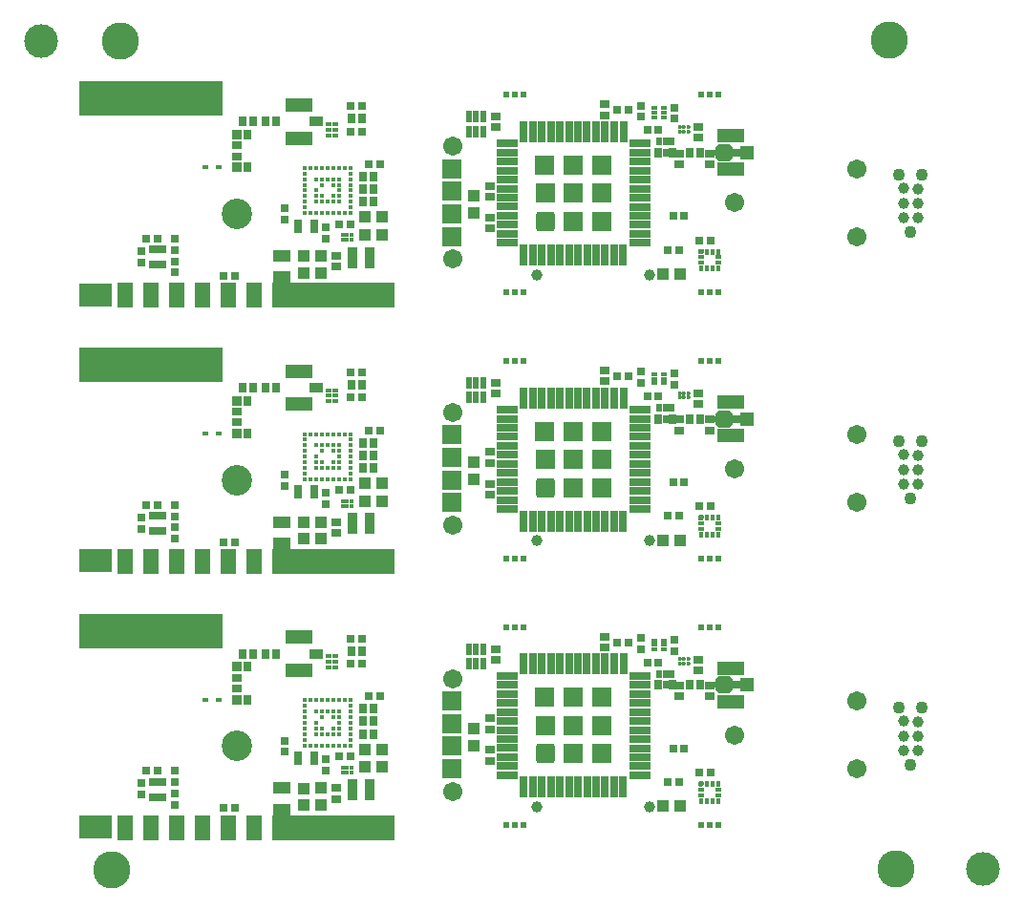
<source format=gbs>
G04*
G04 #@! TF.GenerationSoftware,Altium Limited,Altium Designer,19.1.6 (110)*
G04*
G04 Layer_Color=16711935*
%FSAX25Y25*%
%MOIN*%
G70*
G01*
G75*
%ADD40C,0.01575*%
%ADD80C,0.11811*%
%ADD83R,0.02769X0.03162*%
%ADD84R,0.03162X0.02769*%
%ADD86R,0.05524X0.08674*%
%ADD89R,0.03950X0.03950*%
%ADD90R,0.03162X0.03320*%
%ADD91R,0.03950X0.03950*%
%ADD92R,0.03320X0.03162*%
%ADD94C,0.13005*%
%ADD95O,0.07099X0.06312*%
%ADD96C,0.04343*%
%ADD97C,0.06706*%
%ADD98C,0.03950*%
%ADD99C,0.02375*%
%ADD101R,0.10224X0.02877*%
%ADD102R,0.11575X0.08228*%
%ADD103R,0.50268X0.12362*%
%ADD104C,0.03910*%
%ADD105C,0.01417*%
%ADD106R,0.01981X0.02769*%
%ADD107R,0.02769X0.03603*%
%ADD108R,0.06706X0.06706*%
%ADD109R,0.01968X0.01575*%
%ADD110R,0.02375X0.04343*%
%ADD111R,0.06706X0.06706*%
G04:AMPARAMS|DCode=112|XSize=67.06mil|YSize=67.06mil|CornerRadius=9.91mil|HoleSize=0mil|Usage=FLASHONLY|Rotation=360.000|XOffset=0mil|YOffset=0mil|HoleType=Round|Shape=RoundedRectangle|*
%AMROUNDEDRECTD112*
21,1,0.06706,0.04724,0,0,360.0*
21,1,0.04724,0.06706,0,0,360.0*
1,1,0.01981,0.02362,-0.02362*
1,1,0.01981,-0.02362,-0.02362*
1,1,0.01981,-0.02362,0.02362*
1,1,0.01981,0.02362,0.02362*
%
%ADD112ROUNDEDRECTD112*%
%ADD113R,0.02769X0.07493*%
%ADD114R,0.07493X0.02769*%
%ADD115R,0.01194X0.01194*%
%ADD116R,0.01784X0.01883*%
%ADD117R,0.01883X0.01784*%
%ADD118R,0.03241X0.03044*%
%ADD119R,0.04737X0.04737*%
%ADD120R,0.09461X0.04934*%
%ADD121R,0.03162X0.03603*%
%ADD122R,0.42926X0.08674*%
%ADD123R,0.03162X0.05131*%
%ADD124R,0.01981X0.01587*%
%ADD125R,0.01981X0.02572*%
%ADD126R,0.03556X0.07493*%
%ADD127R,0.03603X0.03044*%
%ADD128R,0.03044X0.03603*%
%ADD129R,0.02217X0.01784*%
%ADD130R,0.04737X0.03603*%
%ADD131R,0.05918X0.04343*%
%ADD132R,0.03603X0.03320*%
%ADD133C,0.10642*%
G36*
X0356937Y0329690D02*
X0356962Y0329688D01*
X0356962Y0329688D01*
X0356962D01*
X0356987Y0329683D01*
X0357013Y0329678D01*
X0357013Y0329678D01*
X0357013Y0329678D01*
X0357032Y0329672D01*
X0357063Y0329661D01*
X0357063Y0329661D01*
X0357063Y0329661D01*
X0357084Y0329651D01*
X0357110Y0329638D01*
X0357110Y0329638D01*
X0357110Y0329638D01*
X0357127Y0329626D01*
X0357153Y0329609D01*
X0357153Y0329609D01*
X0357153Y0329609D01*
X0357165Y0329599D01*
X0357193Y0329574D01*
X0357193Y0329574D01*
X0357193Y0329574D01*
X0357217Y0329547D01*
X0357227Y0329535D01*
X0357227Y0329535D01*
X0357227Y0329535D01*
X0357245Y0329509D01*
X0357257Y0329491D01*
X0357257Y0329491D01*
X0357257Y0329491D01*
X0357269Y0329466D01*
X0357280Y0329444D01*
X0357280Y0329444D01*
X0357280Y0329444D01*
X0357290Y0329413D01*
X0357296Y0329395D01*
X0357296Y0329395D01*
X0357297Y0329395D01*
X0357302Y0329369D01*
X0357307Y0329343D01*
Y0329343D01*
X0357307Y0329343D01*
X0357308Y0329318D01*
X0357310Y0329291D01*
X0357310Y0328553D01*
Y0328553D01*
Y0328553D01*
X0357309Y0328525D01*
X0357307Y0328501D01*
X0357307Y0328501D01*
Y0328501D01*
X0357302Y0328475D01*
X0357297Y0328449D01*
X0357297Y0328449D01*
X0357297Y0328449D01*
X0357287Y0328421D01*
X0357280Y0328399D01*
X0357280Y0328399D01*
X0357280Y0328399D01*
X0357265Y0328370D01*
X0357257Y0328352D01*
X0357257Y0328352D01*
X0357257Y0328352D01*
X0357245Y0328335D01*
X0357228Y0328309D01*
X0357227Y0328309D01*
X0357227Y0328309D01*
X0357217Y0328297D01*
X0357193Y0328269D01*
X0357193Y0328269D01*
X0357193Y0328269D01*
X0356848Y0327925D01*
X0356848Y0327925D01*
X0356848Y0327925D01*
X0356809Y0327890D01*
X0356780Y0327871D01*
X0356765Y0327861D01*
X0356765Y0327861D01*
X0356764Y0327860D01*
X0356718Y0327838D01*
X0356716Y0327837D01*
X0356669Y0327821D01*
X0356638Y0327815D01*
X0356617Y0327811D01*
X0356565Y0327807D01*
X0356565D01*
X0355925Y0327807D01*
X0355873Y0327811D01*
X0355852Y0327815D01*
X0355821Y0327821D01*
X0355772Y0327838D01*
X0355725Y0327861D01*
X0355725Y0327861D01*
X0355710Y0327871D01*
X0355681Y0327890D01*
X0355642Y0327925D01*
X0355642Y0327925D01*
X0355642Y0327925D01*
X0355607Y0327964D01*
X0355588Y0327993D01*
X0355578Y0328008D01*
X0355578Y0328008D01*
X0355555Y0328055D01*
X0355538Y0328104D01*
X0355532Y0328135D01*
X0355528Y0328156D01*
X0355524Y0328208D01*
Y0329291D01*
X0355528Y0329343D01*
X0355538Y0329395D01*
X0355555Y0329444D01*
X0355578Y0329491D01*
X0355607Y0329535D01*
X0355642Y0329574D01*
X0355681Y0329609D01*
X0355725Y0329638D01*
X0355772Y0329661D01*
X0355821Y0329678D01*
X0355873Y0329688D01*
X0355925Y0329692D01*
X0356909D01*
X0356937Y0329690D01*
D02*
G37*
G36*
Y0236776D02*
X0356962Y0236775D01*
X0356962Y0236775D01*
X0356962D01*
X0356987Y0236770D01*
X0357013Y0236765D01*
X0357013Y0236765D01*
X0357013Y0236765D01*
X0357032Y0236758D01*
X0357063Y0236748D01*
X0357063Y0236748D01*
X0357063Y0236748D01*
X0357084Y0236737D01*
X0357110Y0236725D01*
X0357110Y0236725D01*
X0357110Y0236725D01*
X0357127Y0236713D01*
X0357153Y0236696D01*
X0357153Y0236695D01*
X0357153Y0236695D01*
X0357165Y0236685D01*
X0357193Y0236661D01*
X0357193Y0236661D01*
X0357193Y0236661D01*
X0357217Y0236633D01*
X0357227Y0236621D01*
X0357227Y0236621D01*
X0357227Y0236621D01*
X0357245Y0236596D01*
X0357257Y0236578D01*
X0357257Y0236578D01*
X0357257Y0236578D01*
X0357269Y0236552D01*
X0357280Y0236531D01*
X0357280Y0236531D01*
X0357280Y0236531D01*
X0357290Y0236500D01*
X0357296Y0236481D01*
X0357296Y0236481D01*
X0357297Y0236481D01*
X0357302Y0236455D01*
X0357307Y0236430D01*
Y0236430D01*
X0357307Y0236430D01*
X0357308Y0236405D01*
X0357310Y0236378D01*
X0357310Y0235640D01*
Y0235639D01*
Y0235639D01*
X0357309Y0235612D01*
X0357307Y0235587D01*
X0357307Y0235587D01*
Y0235587D01*
X0357302Y0235562D01*
X0357297Y0235536D01*
X0357297Y0235536D01*
X0357297Y0235536D01*
X0357287Y0235507D01*
X0357280Y0235486D01*
X0357280Y0235486D01*
X0357280Y0235486D01*
X0357265Y0235456D01*
X0357257Y0235439D01*
X0357257Y0235439D01*
X0357257Y0235439D01*
X0357245Y0235421D01*
X0357228Y0235395D01*
X0357227Y0235395D01*
X0357227Y0235395D01*
X0357217Y0235384D01*
X0357193Y0235356D01*
X0357193Y0235356D01*
X0357193Y0235356D01*
X0356848Y0235011D01*
X0356848Y0235011D01*
X0356848Y0235011D01*
X0356809Y0234977D01*
X0356780Y0234957D01*
X0356765Y0234948D01*
X0356765Y0234947D01*
X0356764Y0234947D01*
X0356718Y0234924D01*
X0356716Y0234924D01*
X0356669Y0234908D01*
X0356638Y0234901D01*
X0356617Y0234897D01*
X0356565Y0234894D01*
X0356565D01*
X0355925Y0234894D01*
X0355873Y0234897D01*
X0355852Y0234901D01*
X0355821Y0234908D01*
X0355772Y0234924D01*
X0355725Y0234948D01*
X0355725Y0234948D01*
X0355710Y0234957D01*
X0355681Y0234977D01*
X0355642Y0235011D01*
X0355642Y0235011D01*
X0355642Y0235011D01*
X0355607Y0235051D01*
X0355588Y0235080D01*
X0355578Y0235094D01*
X0355578Y0235094D01*
X0355555Y0235141D01*
X0355538Y0235191D01*
X0355532Y0235222D01*
X0355528Y0235242D01*
X0355524Y0235295D01*
Y0236377D01*
X0355528Y0236430D01*
X0355538Y0236481D01*
X0355555Y0236531D01*
X0355578Y0236578D01*
X0355607Y0236621D01*
X0355642Y0236661D01*
X0355681Y0236695D01*
X0355725Y0236725D01*
X0355772Y0236748D01*
X0355821Y0236765D01*
X0355873Y0236775D01*
X0355925Y0236778D01*
X0356909D01*
X0356937Y0236776D01*
D02*
G37*
G36*
Y0143863D02*
X0356962Y0143861D01*
X0356962Y0143861D01*
X0356962D01*
X0356987Y0143856D01*
X0357013Y0143851D01*
X0357013Y0143851D01*
X0357013Y0143851D01*
X0357032Y0143845D01*
X0357063Y0143834D01*
X0357063Y0143834D01*
X0357063Y0143834D01*
X0357084Y0143824D01*
X0357110Y0143811D01*
X0357110Y0143811D01*
X0357110Y0143811D01*
X0357127Y0143799D01*
X0357153Y0143782D01*
X0357153Y0143782D01*
X0357153Y0143782D01*
X0357165Y0143772D01*
X0357193Y0143747D01*
X0357193Y0143747D01*
X0357193Y0143747D01*
X0357217Y0143720D01*
X0357227Y0143708D01*
X0357227Y0143708D01*
X0357227Y0143708D01*
X0357245Y0143682D01*
X0357257Y0143665D01*
X0357257Y0143665D01*
X0357257Y0143664D01*
X0357269Y0143639D01*
X0357280Y0143617D01*
X0357280Y0143617D01*
X0357280Y0143617D01*
X0357290Y0143587D01*
X0357296Y0143568D01*
X0357296Y0143568D01*
X0357297Y0143568D01*
X0357302Y0143542D01*
X0357307Y0143516D01*
Y0143516D01*
X0357307Y0143516D01*
X0357308Y0143491D01*
X0357310Y0143464D01*
X0357310Y0142726D01*
Y0142726D01*
Y0142726D01*
X0357309Y0142699D01*
X0357307Y0142674D01*
X0357307Y0142674D01*
Y0142674D01*
X0357302Y0142648D01*
X0357297Y0142622D01*
X0357297Y0142622D01*
X0357297Y0142622D01*
X0357287Y0142594D01*
X0357280Y0142573D01*
X0357280Y0142573D01*
X0357280Y0142573D01*
X0357265Y0142543D01*
X0357257Y0142526D01*
X0357257Y0142526D01*
X0357257Y0142525D01*
X0357245Y0142508D01*
X0357228Y0142482D01*
X0357227Y0142482D01*
X0357227Y0142482D01*
X0357217Y0142470D01*
X0357193Y0142443D01*
X0357193Y0142443D01*
X0357193Y0142443D01*
X0356848Y0142098D01*
X0356848Y0142098D01*
X0356848Y0142098D01*
X0356809Y0142063D01*
X0356780Y0142044D01*
X0356765Y0142034D01*
X0356765Y0142034D01*
X0356764Y0142034D01*
X0356718Y0142011D01*
X0356716Y0142010D01*
X0356669Y0141994D01*
X0356638Y0141988D01*
X0356617Y0141984D01*
X0356565Y0141980D01*
X0356565D01*
X0355925Y0141981D01*
X0355873Y0141984D01*
X0355852Y0141988D01*
X0355821Y0141994D01*
X0355772Y0142011D01*
X0355725Y0142034D01*
X0355725Y0142034D01*
X0355710Y0142044D01*
X0355681Y0142063D01*
X0355642Y0142098D01*
X0355642Y0142098D01*
X0355642Y0142098D01*
X0355607Y0142137D01*
X0355588Y0142166D01*
X0355578Y0142181D01*
X0355578Y0142181D01*
X0355555Y0142228D01*
X0355538Y0142278D01*
X0355532Y0142309D01*
X0355528Y0142329D01*
X0355524Y0142381D01*
Y0143464D01*
X0355528Y0143516D01*
X0355538Y0143568D01*
X0355555Y0143617D01*
X0355578Y0143664D01*
X0355607Y0143708D01*
X0355642Y0143747D01*
X0355681Y0143782D01*
X0355725Y0143811D01*
X0355772Y0143834D01*
X0355821Y0143851D01*
X0355873Y0143861D01*
X0355925Y0143865D01*
X0356909D01*
X0356937Y0143863D01*
D02*
G37*
D40*
X0231299Y0148622D02*
D03*
X0232874D02*
D03*
X0234449D02*
D03*
X0231299Y0147047D02*
D03*
X0232874D02*
D03*
X0234449D02*
D03*
X0233937Y0156417D02*
D03*
Y0158386D02*
D03*
Y0160354D02*
D03*
Y0162323D02*
D03*
Y0164291D02*
D03*
Y0166260D02*
D03*
Y0168228D02*
D03*
Y0170197D02*
D03*
Y0172165D02*
D03*
X0218189Y0156417D02*
D03*
X0220158D02*
D03*
X0222126D02*
D03*
X0224095D02*
D03*
X0226063D02*
D03*
X0228031D02*
D03*
X0230000D02*
D03*
X0231968D02*
D03*
X0218189Y0158386D02*
D03*
Y0160354D02*
D03*
X0222126D02*
D03*
X0224095D02*
D03*
X0226063D02*
D03*
X0228031D02*
D03*
X0230000D02*
D03*
X0218189Y0162323D02*
D03*
X0222126D02*
D03*
X0224095D02*
D03*
X0228031D02*
D03*
X0230000D02*
D03*
X0218189Y0164291D02*
D03*
X0222126D02*
D03*
X0230000D02*
D03*
X0218189Y0166260D02*
D03*
X0224095D02*
D03*
X0228031D02*
D03*
X0230000D02*
D03*
X0218189Y0168228D02*
D03*
X0222126D02*
D03*
X0224095D02*
D03*
X0226063D02*
D03*
X0228031D02*
D03*
X0230000D02*
D03*
X0218189Y0170197D02*
D03*
Y0172165D02*
D03*
X0220158D02*
D03*
X0222126D02*
D03*
X0224095D02*
D03*
X0226063D02*
D03*
X0228031D02*
D03*
X0230000D02*
D03*
X0231968D02*
D03*
X0231299Y0241535D02*
D03*
X0232874D02*
D03*
X0234449D02*
D03*
X0231299Y0239961D02*
D03*
X0232874D02*
D03*
X0234449D02*
D03*
X0233937Y0249331D02*
D03*
Y0251299D02*
D03*
Y0253268D02*
D03*
Y0255236D02*
D03*
Y0257205D02*
D03*
Y0259173D02*
D03*
Y0261142D02*
D03*
Y0263110D02*
D03*
Y0265079D02*
D03*
X0218189Y0249331D02*
D03*
X0220158D02*
D03*
X0222126D02*
D03*
X0224095D02*
D03*
X0226063D02*
D03*
X0228031D02*
D03*
X0230000D02*
D03*
X0231968D02*
D03*
X0218189Y0251299D02*
D03*
Y0253268D02*
D03*
X0222126D02*
D03*
X0224095D02*
D03*
X0226063D02*
D03*
X0228031D02*
D03*
X0230000D02*
D03*
X0218189Y0255236D02*
D03*
X0222126D02*
D03*
X0224095D02*
D03*
X0228031D02*
D03*
X0230000D02*
D03*
X0218189Y0257205D02*
D03*
X0222126D02*
D03*
X0230000D02*
D03*
X0218189Y0259173D02*
D03*
X0224095D02*
D03*
X0228031D02*
D03*
X0230000D02*
D03*
X0218189Y0261142D02*
D03*
X0222126D02*
D03*
X0224095D02*
D03*
X0226063D02*
D03*
X0228031D02*
D03*
X0230000D02*
D03*
X0218189Y0263110D02*
D03*
Y0265079D02*
D03*
X0220158D02*
D03*
X0222126D02*
D03*
X0224095D02*
D03*
X0226063D02*
D03*
X0228031D02*
D03*
X0230000D02*
D03*
X0231968D02*
D03*
X0231299Y0334449D02*
D03*
X0232874D02*
D03*
X0234449D02*
D03*
X0231299Y0332874D02*
D03*
X0232874D02*
D03*
X0234449D02*
D03*
X0233937Y0342244D02*
D03*
Y0344213D02*
D03*
Y0346181D02*
D03*
Y0348150D02*
D03*
Y0350118D02*
D03*
Y0352087D02*
D03*
Y0354055D02*
D03*
Y0356024D02*
D03*
Y0357992D02*
D03*
X0218189Y0342244D02*
D03*
X0220158D02*
D03*
X0222126D02*
D03*
X0224095D02*
D03*
X0226063D02*
D03*
X0228031D02*
D03*
X0230000D02*
D03*
X0231968D02*
D03*
X0218189Y0344213D02*
D03*
Y0346181D02*
D03*
X0222126D02*
D03*
X0224095D02*
D03*
X0226063D02*
D03*
X0228031D02*
D03*
X0230000D02*
D03*
X0218189Y0348150D02*
D03*
X0222126D02*
D03*
X0224095D02*
D03*
X0228031D02*
D03*
X0230000D02*
D03*
X0218189Y0350118D02*
D03*
X0222126D02*
D03*
X0230000D02*
D03*
X0218189Y0352087D02*
D03*
X0224095D02*
D03*
X0228031D02*
D03*
X0230000D02*
D03*
X0218189Y0354055D02*
D03*
X0222126D02*
D03*
X0224095D02*
D03*
X0226063D02*
D03*
X0228031D02*
D03*
X0230000D02*
D03*
X0218189Y0356024D02*
D03*
Y0357992D02*
D03*
X0220158D02*
D03*
X0222126D02*
D03*
X0224095D02*
D03*
X0226063D02*
D03*
X0228031D02*
D03*
X0230000D02*
D03*
X0231968D02*
D03*
D80*
X0454725Y0113189D02*
D03*
X0126181Y0402362D02*
D03*
D83*
X0337598Y0371181D02*
D03*
X0341535D02*
D03*
X0331063Y0378228D02*
D03*
X0327126D02*
D03*
X0346654Y0341141D02*
D03*
X0350590D02*
D03*
X0359842Y0332677D02*
D03*
X0355905D02*
D03*
X0348819Y0329370D02*
D03*
X0344882D02*
D03*
X0337598Y0278267D02*
D03*
X0341535D02*
D03*
X0331063Y0285314D02*
D03*
X0327126D02*
D03*
X0346654Y0248228D02*
D03*
X0350590D02*
D03*
X0359842Y0239763D02*
D03*
X0355905D02*
D03*
X0348819Y0236456D02*
D03*
X0344882D02*
D03*
X0337598Y0185354D02*
D03*
X0341535D02*
D03*
X0331063Y0192401D02*
D03*
X0327126D02*
D03*
X0346654Y0155314D02*
D03*
X0350590D02*
D03*
X0359842Y0146850D02*
D03*
X0355905D02*
D03*
X0348819Y0143543D02*
D03*
X0344882D02*
D03*
X0238172Y0184919D02*
D03*
X0234235D02*
D03*
X0233937Y0152559D02*
D03*
X0230000D02*
D03*
X0234245Y0193669D02*
D03*
X0238182D02*
D03*
X0166732Y0147441D02*
D03*
X0162795D02*
D03*
X0244291Y0173425D02*
D03*
X0240354D02*
D03*
X0189803Y0134488D02*
D03*
X0193740D02*
D03*
X0238172Y0277832D02*
D03*
X0234235D02*
D03*
X0233937Y0245473D02*
D03*
X0230000D02*
D03*
X0234245Y0286582D02*
D03*
X0238182D02*
D03*
X0166732Y0240354D02*
D03*
X0162795D02*
D03*
X0244291Y0266339D02*
D03*
X0240354D02*
D03*
X0189803Y0227402D02*
D03*
X0193740D02*
D03*
X0238172Y0370746D02*
D03*
X0234235D02*
D03*
X0233937Y0338386D02*
D03*
X0230000D02*
D03*
X0234245Y0379496D02*
D03*
X0238182D02*
D03*
X0166732Y0333268D02*
D03*
X0162795D02*
D03*
X0244291Y0359252D02*
D03*
X0240354D02*
D03*
X0189803Y0320315D02*
D03*
X0193740D02*
D03*
D84*
X0347046Y0379071D02*
D03*
Y0375134D02*
D03*
X0335433Y0375787D02*
D03*
Y0379724D02*
D03*
X0347046Y0286158D02*
D03*
Y0282221D02*
D03*
X0335433Y0282874D02*
D03*
Y0286810D02*
D03*
X0347046Y0193244D02*
D03*
Y0189307D02*
D03*
X0335433Y0189960D02*
D03*
Y0193897D02*
D03*
X0172638Y0143504D02*
D03*
Y0147441D02*
D03*
Y0135630D02*
D03*
Y0139567D02*
D03*
X0161221Y0139173D02*
D03*
Y0143110D02*
D03*
X0225494Y0151513D02*
D03*
Y0147575D02*
D03*
X0211221Y0154134D02*
D03*
Y0158071D02*
D03*
X0172638Y0236417D02*
D03*
Y0240354D02*
D03*
Y0228543D02*
D03*
Y0232480D02*
D03*
X0161221Y0232087D02*
D03*
Y0236024D02*
D03*
X0225494Y0244426D02*
D03*
Y0240489D02*
D03*
X0211221Y0247047D02*
D03*
Y0250984D02*
D03*
X0172638Y0329331D02*
D03*
Y0333268D02*
D03*
Y0321457D02*
D03*
Y0325394D02*
D03*
X0161221Y0325000D02*
D03*
Y0328937D02*
D03*
X0225494Y0337339D02*
D03*
Y0333402D02*
D03*
X0211221Y0339961D02*
D03*
Y0343898D02*
D03*
D86*
X0155315Y0127756D02*
D03*
X0164370D02*
D03*
X0173425D02*
D03*
X0182480D02*
D03*
X0191535D02*
D03*
X0200591D02*
D03*
X0155315Y0220669D02*
D03*
X0164370D02*
D03*
X0173425D02*
D03*
X0182480D02*
D03*
X0191535D02*
D03*
X0200591D02*
D03*
X0155315Y0313583D02*
D03*
X0164370D02*
D03*
X0173425D02*
D03*
X0182480D02*
D03*
X0191535D02*
D03*
X0200591D02*
D03*
D89*
X0277008Y0342204D02*
D03*
Y0348110D02*
D03*
Y0249291D02*
D03*
Y0255196D02*
D03*
Y0156377D02*
D03*
Y0162283D02*
D03*
X0217677Y0141417D02*
D03*
Y0135512D02*
D03*
X0223780Y0141457D02*
D03*
Y0135551D02*
D03*
X0217677Y0234331D02*
D03*
Y0228425D02*
D03*
X0223780Y0234370D02*
D03*
Y0228465D02*
D03*
X0217677Y0327244D02*
D03*
Y0321339D02*
D03*
X0223780Y0327284D02*
D03*
Y0321378D02*
D03*
D90*
X0242165Y0164764D02*
D03*
X0238386D02*
D03*
X0242165Y0169095D02*
D03*
X0238386D02*
D03*
X0242165Y0160354D02*
D03*
X0238386D02*
D03*
X0198087Y0172402D02*
D03*
Y0183819D02*
D03*
X0238233Y0189339D02*
D03*
X0234454D02*
D03*
X0242165Y0257677D02*
D03*
X0238386D02*
D03*
X0242165Y0262008D02*
D03*
X0238386D02*
D03*
X0242165Y0253268D02*
D03*
X0238386D02*
D03*
X0198087Y0265315D02*
D03*
Y0276732D02*
D03*
X0238233Y0282252D02*
D03*
X0234454D02*
D03*
X0242165Y0350591D02*
D03*
X0238386D02*
D03*
X0242165Y0354921D02*
D03*
X0238386D02*
D03*
X0242165Y0346181D02*
D03*
X0238386D02*
D03*
X0198087Y0358228D02*
D03*
Y0369646D02*
D03*
X0238233Y0375166D02*
D03*
X0234454D02*
D03*
D91*
X0343149Y0320944D02*
D03*
X0349055D02*
D03*
X0343149Y0228031D02*
D03*
X0349055D02*
D03*
X0343149Y0135118D02*
D03*
X0349055D02*
D03*
X0239252Y0155000D02*
D03*
X0245158D02*
D03*
X0239213Y0148819D02*
D03*
X0245118D02*
D03*
X0239252Y0247914D02*
D03*
X0245158D02*
D03*
X0239213Y0241732D02*
D03*
X0245118D02*
D03*
X0239252Y0340827D02*
D03*
X0245158D02*
D03*
X0239213Y0334646D02*
D03*
X0245118D02*
D03*
D92*
X0355472Y0368464D02*
D03*
Y0372244D02*
D03*
X0322913Y0380196D02*
D03*
Y0376417D02*
D03*
X0284606Y0375905D02*
D03*
Y0372126D02*
D03*
X0282677Y0351692D02*
D03*
Y0347913D02*
D03*
Y0336889D02*
D03*
Y0340669D02*
D03*
X0355472Y0275551D02*
D03*
Y0279330D02*
D03*
X0322913Y0287283D02*
D03*
Y0283503D02*
D03*
X0284606Y0282992D02*
D03*
Y0279212D02*
D03*
X0282677Y0258779D02*
D03*
Y0254999D02*
D03*
Y0243976D02*
D03*
Y0247755D02*
D03*
X0355472Y0182637D02*
D03*
Y0186417D02*
D03*
X0322913Y0194369D02*
D03*
Y0190590D02*
D03*
X0284606Y0190078D02*
D03*
Y0186299D02*
D03*
X0282677Y0165866D02*
D03*
Y0162086D02*
D03*
Y0151062D02*
D03*
Y0154842D02*
D03*
X0229173Y0137717D02*
D03*
Y0141496D02*
D03*
Y0230630D02*
D03*
Y0234409D02*
D03*
Y0323543D02*
D03*
Y0327323D02*
D03*
D94*
X0424410Y0113189D02*
D03*
X0422244Y0402559D02*
D03*
X0150787Y0112992D02*
D03*
X0153740Y0402362D02*
D03*
D95*
X0364445Y0363275D02*
D03*
Y0270361D02*
D03*
Y0177448D02*
D03*
D96*
X0429587Y0335551D02*
D03*
X0433587Y0355551D02*
D03*
X0425587D02*
D03*
X0429587Y0242637D02*
D03*
X0433587Y0262637D02*
D03*
X0425587D02*
D03*
X0429587Y0149724D02*
D03*
X0433587Y0169724D02*
D03*
X0425587D02*
D03*
D97*
X0368110Y0345866D02*
D03*
X0269701Y0365551D02*
D03*
Y0326181D02*
D03*
X0410827Y0357677D02*
D03*
Y0334055D02*
D03*
X0368110Y0252952D02*
D03*
X0269701Y0272637D02*
D03*
Y0233267D02*
D03*
X0410827Y0264763D02*
D03*
Y0241141D02*
D03*
X0368110Y0160039D02*
D03*
X0269701Y0179724D02*
D03*
Y0140354D02*
D03*
X0410827Y0171850D02*
D03*
Y0148228D02*
D03*
D98*
X0338346Y0320708D02*
D03*
X0298976D02*
D03*
X0338346Y0227795D02*
D03*
X0298976D02*
D03*
X0338346Y0134881D02*
D03*
X0298976D02*
D03*
D99*
X0362402Y0383464D02*
D03*
X0359449D02*
D03*
X0356496D02*
D03*
X0356496Y0314566D02*
D03*
X0359449D02*
D03*
X0362402D02*
D03*
X0294488D02*
D03*
X0291535D02*
D03*
X0288583D02*
D03*
X0288583Y0383464D02*
D03*
X0291535D02*
D03*
X0294488D02*
D03*
X0362402Y0290551D02*
D03*
X0359449D02*
D03*
X0356496D02*
D03*
X0356496Y0221653D02*
D03*
X0359449D02*
D03*
X0362402D02*
D03*
X0294488D02*
D03*
X0291535D02*
D03*
X0288583D02*
D03*
X0288583Y0290551D02*
D03*
X0291535D02*
D03*
X0294488D02*
D03*
X0362402Y0197637D02*
D03*
X0359449D02*
D03*
X0356496D02*
D03*
X0356496Y0128740D02*
D03*
X0359449D02*
D03*
X0362402D02*
D03*
X0294488D02*
D03*
X0291535D02*
D03*
X0288583D02*
D03*
X0288583Y0197637D02*
D03*
X0291535D02*
D03*
X0294488D02*
D03*
D101*
X0367801Y0363328D02*
D03*
Y0270414D02*
D03*
Y0177501D02*
D03*
D102*
X0144961Y0127925D02*
D03*
Y0220838D02*
D03*
Y0313752D02*
D03*
D103*
X0164307Y0196378D02*
D03*
Y0289291D02*
D03*
Y0382205D02*
D03*
D104*
X0427086Y0340551D02*
D03*
X0432087D02*
D03*
X0427086Y0345551D02*
D03*
X0432087D02*
D03*
X0427086Y0350866D02*
D03*
X0432087Y0350551D02*
D03*
X0427086Y0247637D02*
D03*
X0432087D02*
D03*
X0427086Y0252637D02*
D03*
X0432087D02*
D03*
X0427086Y0257952D02*
D03*
X0432087Y0257637D02*
D03*
X0427086Y0154724D02*
D03*
X0432087D02*
D03*
X0427086Y0159724D02*
D03*
X0432087D02*
D03*
X0427086Y0165039D02*
D03*
X0432087Y0164724D02*
D03*
D105*
X0352086Y0370747D02*
D03*
Y0372322D02*
D03*
X0350512Y0370747D02*
D03*
Y0372322D02*
D03*
X0348937Y0370747D02*
D03*
Y0372322D02*
D03*
X0352086Y0277834D02*
D03*
Y0279409D02*
D03*
X0350512Y0277834D02*
D03*
Y0279409D02*
D03*
X0348937Y0277834D02*
D03*
Y0279409D02*
D03*
X0352086Y0184921D02*
D03*
Y0186495D02*
D03*
X0350512Y0184921D02*
D03*
Y0186495D02*
D03*
X0348937Y0184921D02*
D03*
Y0186495D02*
D03*
D106*
X0346102Y0367244D02*
D03*
X0343937D02*
D03*
X0341772D02*
D03*
X0343937Y0363307D02*
D03*
X0346102Y0274330D02*
D03*
X0343937D02*
D03*
X0341772D02*
D03*
X0343937Y0270393D02*
D03*
X0346102Y0181417D02*
D03*
X0343937D02*
D03*
X0341772D02*
D03*
X0343937Y0177480D02*
D03*
D107*
X0346496Y0363307D02*
D03*
X0341378D02*
D03*
X0346496Y0270393D02*
D03*
X0341378D02*
D03*
X0346496Y0177480D02*
D03*
X0341378D02*
D03*
D108*
X0269331Y0357677D02*
D03*
Y0349803D02*
D03*
Y0341929D02*
D03*
Y0334055D02*
D03*
Y0264763D02*
D03*
Y0256889D02*
D03*
Y0249015D02*
D03*
Y0241141D02*
D03*
Y0171850D02*
D03*
Y0163976D02*
D03*
Y0156102D02*
D03*
Y0148228D02*
D03*
D109*
X0339959Y0378874D02*
D03*
Y0377299D02*
D03*
Y0375725D02*
D03*
X0343503Y0378874D02*
D03*
Y0377299D02*
D03*
Y0375725D02*
D03*
X0339959Y0285961D02*
D03*
Y0284386D02*
D03*
Y0282811D02*
D03*
X0343503Y0285961D02*
D03*
Y0284386D02*
D03*
Y0282811D02*
D03*
X0339959Y0193047D02*
D03*
Y0191473D02*
D03*
Y0189898D02*
D03*
X0343503Y0193047D02*
D03*
Y0191473D02*
D03*
Y0189898D02*
D03*
D110*
X0280394Y0375826D02*
D03*
X0277835D02*
D03*
X0275275D02*
D03*
Y0370708D02*
D03*
X0277835D02*
D03*
X0280394D02*
D03*
Y0282913D02*
D03*
X0277835D02*
D03*
X0275275D02*
D03*
Y0277795D02*
D03*
X0277835D02*
D03*
X0280394D02*
D03*
Y0189999D02*
D03*
X0277835D02*
D03*
X0275275D02*
D03*
Y0184881D02*
D03*
X0277835D02*
D03*
X0280394D02*
D03*
D111*
X0321701Y0358976D02*
D03*
X0311858D02*
D03*
X0301917D02*
D03*
X0321701Y0349133D02*
D03*
X0311858D02*
D03*
X0302016D02*
D03*
X0321701Y0339291D02*
D03*
X0311858Y0339291D02*
D03*
X0321701Y0266062D02*
D03*
X0311858D02*
D03*
X0301917D02*
D03*
X0321701Y0256220D02*
D03*
X0311858D02*
D03*
X0302016D02*
D03*
X0321701Y0246377D02*
D03*
X0311858Y0246377D02*
D03*
X0321701Y0173149D02*
D03*
X0311858D02*
D03*
X0301917D02*
D03*
X0321701Y0163306D02*
D03*
X0311858D02*
D03*
X0302016D02*
D03*
X0321701Y0153464D02*
D03*
X0311858Y0153464D02*
D03*
D112*
X0302016Y0339291D02*
D03*
Y0246377D02*
D03*
Y0153464D02*
D03*
D113*
X0294528Y0327657D02*
D03*
X0297716D02*
D03*
X0300866D02*
D03*
X0304016D02*
D03*
X0307165D02*
D03*
X0310315D02*
D03*
X0313464D02*
D03*
X0316614D02*
D03*
X0319764D02*
D03*
X0322913D02*
D03*
X0326024D02*
D03*
X0329212D02*
D03*
X0329370Y0370590D02*
D03*
X0326059Y0370590D02*
D03*
X0322882D02*
D03*
X0319732Y0370586D02*
D03*
X0316583Y0370586D02*
D03*
X0313433Y0370590D02*
D03*
X0310283D02*
D03*
X0307134Y0370590D02*
D03*
X0303984Y0370590D02*
D03*
X0300835Y0370590D02*
D03*
X0297685D02*
D03*
X0294528D02*
D03*
Y0234744D02*
D03*
X0297716D02*
D03*
X0300866D02*
D03*
X0304016D02*
D03*
X0307165D02*
D03*
X0310315D02*
D03*
X0313464D02*
D03*
X0316614D02*
D03*
X0319764D02*
D03*
X0322913D02*
D03*
X0326024D02*
D03*
X0329212D02*
D03*
X0329370Y0277677D02*
D03*
X0326059Y0277677D02*
D03*
X0322882D02*
D03*
X0319732Y0277673D02*
D03*
X0316583Y0277673D02*
D03*
X0313433Y0277677D02*
D03*
X0310283D02*
D03*
X0307134Y0277677D02*
D03*
X0303984Y0277677D02*
D03*
X0300835Y0277677D02*
D03*
X0297685D02*
D03*
X0294528D02*
D03*
Y0141830D02*
D03*
X0297716D02*
D03*
X0300866D02*
D03*
X0304016D02*
D03*
X0307165D02*
D03*
X0310315D02*
D03*
X0313464D02*
D03*
X0316614D02*
D03*
X0319764D02*
D03*
X0322913D02*
D03*
X0326024D02*
D03*
X0329212D02*
D03*
X0329370Y0184763D02*
D03*
X0326059Y0184763D02*
D03*
X0322882D02*
D03*
X0319732Y0184759D02*
D03*
X0316583Y0184759D02*
D03*
X0313433Y0184763D02*
D03*
X0310283D02*
D03*
X0307134Y0184763D02*
D03*
X0303984Y0184763D02*
D03*
X0300835Y0184763D02*
D03*
X0297685D02*
D03*
X0294528D02*
D03*
D114*
X0335079Y0331791D02*
D03*
Y0334940D02*
D03*
Y0338129D02*
D03*
Y0341240D02*
D03*
Y0344389D02*
D03*
Y0347578D02*
D03*
X0335086Y0350708D02*
D03*
X0335086Y0353858D02*
D03*
X0335086Y0357007D02*
D03*
X0335086Y0360145D02*
D03*
X0335086Y0363303D02*
D03*
Y0366456D02*
D03*
X0288622Y0366437D02*
D03*
Y0363326D02*
D03*
Y0360137D02*
D03*
Y0357027D02*
D03*
Y0353877D02*
D03*
Y0350689D02*
D03*
Y0347578D02*
D03*
Y0344429D02*
D03*
Y0341279D02*
D03*
Y0338129D02*
D03*
Y0334940D02*
D03*
Y0331791D02*
D03*
X0335079Y0238877D02*
D03*
Y0242027D02*
D03*
Y0245216D02*
D03*
Y0248326D02*
D03*
Y0251476D02*
D03*
Y0254665D02*
D03*
X0335086Y0257795D02*
D03*
X0335086Y0260944D02*
D03*
X0335086Y0264094D02*
D03*
X0335086Y0267232D02*
D03*
X0335086Y0270389D02*
D03*
Y0273543D02*
D03*
X0288622Y0273523D02*
D03*
Y0270413D02*
D03*
Y0267224D02*
D03*
Y0264114D02*
D03*
Y0260964D02*
D03*
Y0257775D02*
D03*
Y0254665D02*
D03*
Y0251515D02*
D03*
Y0248366D02*
D03*
Y0245216D02*
D03*
Y0242027D02*
D03*
Y0238877D02*
D03*
X0335079Y0145964D02*
D03*
Y0149114D02*
D03*
Y0152303D02*
D03*
Y0155413D02*
D03*
Y0158562D02*
D03*
Y0161751D02*
D03*
X0335086Y0164881D02*
D03*
X0335086Y0168031D02*
D03*
X0335086Y0171180D02*
D03*
X0335086Y0174318D02*
D03*
X0335086Y0177476D02*
D03*
Y0180629D02*
D03*
X0288622Y0180610D02*
D03*
Y0177499D02*
D03*
Y0174311D02*
D03*
Y0171200D02*
D03*
Y0168051D02*
D03*
Y0164862D02*
D03*
Y0161751D02*
D03*
Y0158602D02*
D03*
Y0155452D02*
D03*
Y0152303D02*
D03*
Y0149114D02*
D03*
Y0145964D02*
D03*
D115*
X0356417Y0328740D02*
D03*
Y0235826D02*
D03*
Y0142913D02*
D03*
D116*
X0358386Y0328740D02*
D03*
X0360354D02*
D03*
X0362323D02*
D03*
Y0322834D02*
D03*
X0360354D02*
D03*
X0358386D02*
D03*
X0356417D02*
D03*
X0358386Y0235826D02*
D03*
X0360354D02*
D03*
X0362323D02*
D03*
Y0229921D02*
D03*
X0360354D02*
D03*
X0358386D02*
D03*
X0356417D02*
D03*
X0358386Y0142913D02*
D03*
X0360354D02*
D03*
X0362323D02*
D03*
Y0137007D02*
D03*
X0360354D02*
D03*
X0358386D02*
D03*
X0356417D02*
D03*
D117*
X0362323Y0326771D02*
D03*
X0362323Y0324803D02*
D03*
X0356417D02*
D03*
Y0326771D02*
D03*
X0362323Y0233858D02*
D03*
X0362323Y0231889D02*
D03*
X0356417D02*
D03*
Y0233858D02*
D03*
X0362323Y0140944D02*
D03*
X0362323Y0138976D02*
D03*
X0356417D02*
D03*
Y0140944D02*
D03*
D118*
X0359567Y0359330D02*
D03*
Y0363031D02*
D03*
X0348622Y0359330D02*
D03*
Y0363031D02*
D03*
X0359567Y0266417D02*
D03*
Y0270118D02*
D03*
X0348622Y0266417D02*
D03*
Y0270118D02*
D03*
X0359567Y0173503D02*
D03*
Y0177204D02*
D03*
X0348622Y0173503D02*
D03*
Y0177204D02*
D03*
D119*
X0372551Y0363307D02*
D03*
Y0270393D02*
D03*
Y0177480D02*
D03*
D120*
X0366646Y0357500D02*
D03*
Y0369114D02*
D03*
Y0264586D02*
D03*
Y0276200D02*
D03*
Y0171673D02*
D03*
Y0183287D02*
D03*
X0216041Y0182518D02*
D03*
Y0194132D02*
D03*
Y0275432D02*
D03*
Y0287046D02*
D03*
Y0368345D02*
D03*
Y0379959D02*
D03*
D121*
X0356102Y0363307D02*
D03*
X0352323D02*
D03*
X0356102Y0270393D02*
D03*
X0352323D02*
D03*
X0356102Y0177480D02*
D03*
X0352323D02*
D03*
X0200178Y0188336D02*
D03*
X0196399D02*
D03*
X0200178Y0281250D02*
D03*
X0196399D02*
D03*
X0200178Y0374163D02*
D03*
X0196399D02*
D03*
D122*
X0227957Y0127756D02*
D03*
Y0220669D02*
D03*
Y0313583D02*
D03*
D123*
X0221378Y0151850D02*
D03*
X0215866D02*
D03*
X0221378Y0244764D02*
D03*
X0215866D02*
D03*
X0221378Y0337677D02*
D03*
X0215866D02*
D03*
D124*
X0228764Y0183550D02*
D03*
Y0185519D02*
D03*
Y0187487D02*
D03*
X0226402D02*
D03*
Y0185519D02*
D03*
Y0183550D02*
D03*
X0228764Y0276464D02*
D03*
Y0278432D02*
D03*
Y0280401D02*
D03*
X0226402D02*
D03*
Y0278432D02*
D03*
Y0276464D02*
D03*
X0228764Y0369377D02*
D03*
Y0371346D02*
D03*
Y0373314D02*
D03*
X0226402D02*
D03*
Y0371346D02*
D03*
Y0369377D02*
D03*
D125*
X0164803Y0138366D02*
D03*
X0166772D02*
D03*
X0168740D02*
D03*
X0164803Y0143681D02*
D03*
X0166772D02*
D03*
X0168740D02*
D03*
X0164803Y0231280D02*
D03*
X0166772D02*
D03*
X0168740D02*
D03*
X0164803Y0236595D02*
D03*
X0166772D02*
D03*
X0168740D02*
D03*
X0164803Y0324193D02*
D03*
X0166772D02*
D03*
X0168740D02*
D03*
X0164803Y0329508D02*
D03*
X0166772D02*
D03*
X0168740D02*
D03*
D126*
X0234606Y0140852D02*
D03*
X0240905D02*
D03*
X0234606Y0233766D02*
D03*
X0240905D02*
D03*
X0234606Y0326679D02*
D03*
X0240905D02*
D03*
D127*
X0194311Y0179961D02*
D03*
Y0176260D02*
D03*
Y0272874D02*
D03*
Y0269173D02*
D03*
Y0365788D02*
D03*
Y0362087D02*
D03*
D128*
X0208051Y0188335D02*
D03*
X0204350D02*
D03*
X0208051Y0281248D02*
D03*
X0204350D02*
D03*
X0208051Y0374162D02*
D03*
X0204350D02*
D03*
D129*
X0188185Y0172402D02*
D03*
X0183461D02*
D03*
X0188185Y0265315D02*
D03*
X0183461D02*
D03*
X0188185Y0358228D02*
D03*
X0183461D02*
D03*
D130*
X0221947Y0188325D02*
D03*
Y0281239D02*
D03*
Y0374152D02*
D03*
D131*
X0210197Y0133976D02*
D03*
Y0141457D02*
D03*
Y0226890D02*
D03*
Y0234370D02*
D03*
Y0319803D02*
D03*
Y0327284D02*
D03*
D132*
X0194307Y0172402D02*
D03*
Y0183819D02*
D03*
Y0265315D02*
D03*
Y0276732D02*
D03*
Y0358228D02*
D03*
Y0369646D02*
D03*
D133*
X0194311Y0156102D02*
D03*
Y0249015D02*
D03*
Y0341929D02*
D03*
M02*

</source>
